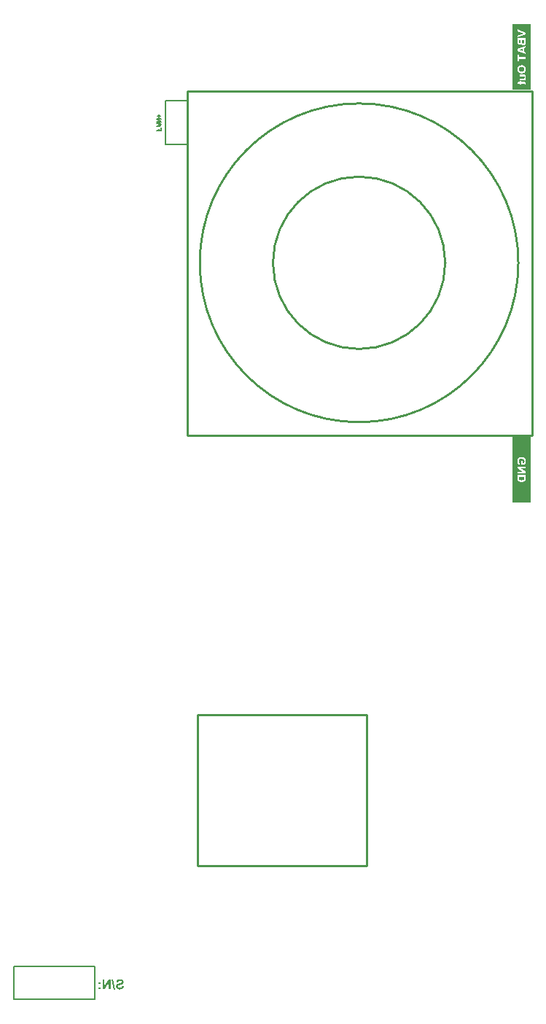
<source format=gbr>
%FSDAX24Y24*%
%MOIN*%
%SFA1B1*%

%IPPOS*%
%ADD42C,0.010000*%
%ADD80C,0.005000*%
%ADD81C,0.007900*%
%LNarray-1*%
%LPD*%
G36*
X019356Y010793D02*
X019292D01*
X019181Y011256*
X019246*
X019356Y010793*
G37*
G36*
X019588Y011255D02*
X019605Y011253D01*
X019613Y011252*
X019621Y011251*
X019627Y011249*
X019633Y011248*
X019639Y011246*
X019644Y011245*
X019648Y011243*
X019652Y011242*
X019655Y011241*
X019657Y011240*
X019658*
X019671Y011233*
X019682Y011226*
X019692Y011219*
X019700Y011211*
X019706Y011205*
X019711Y011199*
X019712Y011197*
X019713Y011196*
X019714Y011195*
Y011194*
X019721Y011183*
X019725Y011172*
X019729Y011161*
X019731Y011151*
X019732Y011143*
X019733Y011139*
Y011136*
Y011134*
Y011132*
Y011131*
Y011130*
Y011120*
X019731Y011111*
X019729Y011102*
X019727Y011094*
X019724Y011086*
X019720Y011078*
X019717Y011071*
X019713Y011065*
X019709Y011059*
X019705Y011054*
X019702Y011050*
X019699Y011047*
X019696Y011044*
X019694Y011042*
X019693Y011041*
X019692Y011040*
X019686Y011035*
X019679Y011031*
X019672Y011026*
X019664Y011022*
X019647Y011015*
X019630Y011008*
X019622Y011005*
X019614Y011003*
X019608Y011001*
X019602Y010999*
X019597Y010998*
X019593Y010997*
X019591Y010996*
X019590*
X019580Y010993*
X019570Y010991*
X019562Y010989*
X019555Y010987*
X019548Y010985*
X019542Y010983*
X019537Y010982*
X019532Y010980*
X019528Y010979*
X019525Y010978*
X019523Y010977*
X019521*
X019519Y010976*
X019518*
X019517*
X019509Y010973*
X019503Y010969*
X019497Y010966*
X019493Y010963*
X019489Y010960*
X019487Y010958*
X019486Y010957*
X019485Y010956*
X019482Y010952*
X019480Y010947*
X019478Y010943*
X019477Y010939*
X019476Y010935*
Y010932*
Y010930*
Y010929*
Y010925*
X019477Y010920*
X019479Y010912*
X019483Y010905*
X019487Y010899*
X019491Y010893*
X019495Y010890*
X019497Y010887*
X019498Y010886*
X019503Y010883*
X019507Y010880*
X019518Y010876*
X019529Y010872*
X019539Y010870*
X019549Y010869*
X019553Y010868*
X019557*
X019560*
X019564*
X019579Y010869*
X019592Y010871*
X019603Y010874*
X019613Y010878*
X019617Y010880*
X019620Y010882*
X019623Y010884*
X019626Y010885*
X019628Y010886*
X019629Y010887*
X019630Y010888*
X019635Y010892*
X019638Y010897*
X019645Y010907*
X019651Y010918*
X019655Y010929*
X019658Y010939*
X019660Y010943*
X019661Y010946*
Y010950*
X019662Y010952*
Y010953*
Y010954*
X019750Y010945*
X019748Y010932*
X019745Y010919*
X019742Y010907*
X019738Y010895*
X019734Y010885*
X019729Y010876*
X019725Y010867*
X019720Y010859*
X019715Y010853*
X019711Y010847*
X019707Y010842*
X019703Y010838*
X019700Y010834*
X019698Y010832*
X019697Y010831*
X019696Y010830*
X019687Y010823*
X019677Y010817*
X019667Y010812*
X019656Y010808*
X019645Y010804*
X019634Y010801*
X019624Y010798*
X019613Y010797*
X019603Y010795*
X019594Y010794*
X019586Y010793*
X019579Y010792*
X019573*
X019568*
X019554*
X019544*
X019534Y010793*
X019525Y010794*
X019516Y010795*
X019508Y010797*
X019501Y010798*
X019495Y010799*
X019488Y010801*
X019483Y010802*
X019479Y010804*
X019475Y010805*
X019472Y010806*
X019470Y010807*
X019468*
X019454Y010814*
X019442Y010822*
X019431Y010830*
X019422Y010838*
X019416Y010846*
X019411Y010852*
X019409Y010854*
X019408Y010856*
X019407Y010857*
X019403Y010864*
X019400Y010870*
X019394Y010883*
X019390Y010895*
X019388Y010906*
X019387Y010911*
X019386Y010916*
Y010920*
Y010923*
X019385Y010926*
Y010928*
Y010929*
Y010930*
X019386Y010945*
X019388Y010959*
X019391Y010971*
X019394Y010981*
X019396Y010986*
X019398Y010990*
X019399Y010993*
X019400Y010996*
X019402Y010998*
Y011000*
X019403Y011001*
X019411Y011012*
X019419Y011021*
X019427Y011028*
X019435Y011035*
X019442Y011040*
X019448Y011044*
X019450Y011045*
X019452Y011046*
X019453Y011047*
X019460Y011049*
X019466Y011053*
X019474Y011056*
X019482Y011059*
X019498Y011064*
X019513Y011069*
X019521Y011071*
X019528Y011073*
X019534Y011075*
X019539Y011076*
X019544Y011077*
X019547Y011078*
X019549Y011079*
X019550*
X019562Y011082*
X019573Y011085*
X019582Y011088*
X019591Y011090*
X019599Y011093*
X019606Y011095*
X019612Y011098*
X019617Y011100*
X019621Y011102*
X019625Y011104*
X019628Y011105*
X019630Y011107*
X019632Y011108*
X019633Y011109*
X019634*
X019638Y011114*
X019641Y011118*
X019644Y011123*
X019645Y011127*
X019646Y011131*
X019647Y011134*
Y011136*
X019646Y011142*
X019645Y011148*
X019642Y011153*
X019640Y011157*
X019637Y011160*
X019635Y011162*
X019633Y011164*
X019624Y011170*
X019614Y011174*
X019603Y011177*
X019593Y011179*
X019584Y011180*
X019581*
X019577Y011181*
X019571*
X019557Y011180*
X019546Y011178*
X019536Y011176*
X019528Y011173*
X019522Y011170*
X019517Y011168*
X019515Y011166*
X019514Y011165*
X019507Y011159*
X019502Y011151*
X019498Y011143*
X019494Y011135*
X019492Y011127*
X019490Y011121*
X019489Y011119*
Y011117*
Y011116*
X019398Y011119*
X019399Y011131*
X019401Y011141*
X019403Y011151*
X019406Y011161*
X019410Y011170*
X019414Y011178*
X019418Y011185*
X019422Y011192*
X019426Y011198*
X019430Y011203*
X019433Y011208*
X019437Y011212*
X019439Y011214*
X019441Y011217*
X019443Y011218*
X019452Y011225*
X019461Y011231*
X019471Y011236*
X019481Y011240*
X019492Y011244*
X019502Y011247*
X019512Y011249*
X019522Y011251*
X019532Y011253*
X019541Y011254*
X019549Y011255*
X019556*
X019562Y011256*
X019570*
X019588Y011255*
G37*
G36*
X018668Y010800D02*
X018582D01*
Y010886*
X018668*
Y010800*
G37*
G36*
Y011039D02*
X018582D01*
Y011125*
X018668*
Y011039*
G37*
G36*
X019135Y010800D02*
X019051D01*
Y011094*
X018870Y010800*
X018779*
Y011248*
X018863*
Y010947*
X019047Y011248*
X019135*
Y010800*
G37*
G36*
X037500Y036050D02*
X038350D01*
Y033050*
X037500*
Y036050*
G37*
G36*
Y054900D02*
X038350D01*
Y051900*
X037500*
Y054900*
G37*
%LNarray-2*%
%LPC*%
G36*
X037925Y033980D02*
X037943D01*
X037947*
X037952*
X037958Y033981*
X037963*
X037976Y033983*
X037990Y033985*
X038004Y033988*
X038017Y033992*
X038019Y033993*
X038021*
X038024Y033994*
X038028Y033996*
X038032Y033998*
X038036Y034000*
X038041Y034002*
X038052Y034008*
X038063Y034015*
X038075Y034023*
X038085Y034033*
X038086Y034034*
X038087Y034035*
X038088Y034037*
X038090Y034038*
X038092Y034041*
X038096Y034047*
X038101Y034055*
X038106Y034064*
X038111Y034075*
X038116Y034088*
Y034089*
X038117Y034090*
Y034092*
X038118Y034095*
Y034098*
X038119Y034102*
X038120Y034106*
X038121Y034110*
Y034115*
X038122Y034121*
Y034127*
X038123Y034134*
Y034141*
X038124Y034156*
Y034302*
X037739*
Y034160*
Y034158*
Y034156*
Y034153*
X037740Y034148*
Y034144*
Y034138*
Y034133*
X037741Y034121*
X037743Y034109*
X037744Y034097*
X037746Y034092*
X037747Y034087*
Y034085*
X037748Y034084*
X037749Y034082*
X037750Y034079*
X037751Y034075*
X037755Y034067*
X037760Y034058*
X037766Y034049*
X037773Y034039*
X037782Y034029*
X037783*
X037784Y034028*
X037785Y034027*
X037787Y034025*
X037789Y034023*
X037792Y034021*
X037796Y034018*
X037800Y034016*
X037804Y034013*
X037809Y034010*
X037819Y034004*
X037831Y033998*
X037845Y033993*
X037846Y033992*
X037848Y033991*
X037851Y033990*
X037855*
X037859Y033988*
X037864Y033987*
X037870Y033986*
X037876Y033985*
X037883Y033984*
X037890Y033983*
X037898Y033982*
X037907Y033981*
X037916Y033980*
X037925*
G37*
G36*
X037739Y034384D02*
X038124D01*
Y034462*
X037871Y034617*
X038124*
Y034689*
X037739*
Y034614*
X037997Y034456*
X037739*
Y034384*
G37*
G36*
Y054306D02*
X038124Y054443D01*
Y054526*
X037739Y054664*
Y054580*
X038024Y054482*
X037739Y054388*
Y054306*
G37*
G36*
X038006Y053945D02*
X038017D01*
X038019*
X038022*
X038029Y053946*
X038036Y053948*
X038045Y053950*
X038054Y053953*
X038063Y053957*
X038064*
X038065*
X038066Y053958*
X038068Y053959*
X038072Y053962*
X038077Y053966*
X038084Y053970*
X038091Y053976*
X038097Y053983*
X038103Y053990*
Y053991*
X038104Y053993*
X038105Y053994*
X038108Y053999*
X038111Y054005*
X038114Y054012*
X038117Y054021*
X038119Y054031*
X038121Y054042*
Y054043*
Y054044*
Y054046*
Y054049*
X038122Y054052*
Y054056*
Y054061*
Y054067*
X038123Y054074*
Y054082*
Y054090*
Y054100*
Y054111*
X038124Y054123*
Y054136*
Y054266*
X037739*
Y054113*
Y054111*
Y054109*
Y054106*
Y054102*
Y054097*
X037740Y054093*
Y054088*
Y054076*
X037741Y054065*
X037742Y054055*
Y054049*
X037743Y054045*
Y054044*
X037744Y054043*
Y054041*
X037745Y054037*
X037747Y054032*
X037749Y054026*
X037752Y054019*
X037755Y054012*
X037759Y054005*
X037760Y054004*
X037761Y054002*
X037764Y053999*
X037768Y053995*
X037773Y053990*
X037778Y053985*
X037784Y053980*
X037791Y053975*
X037792*
X037795Y053974*
X037799Y053972*
X037804Y053969*
X037811Y053967*
X037818Y053965*
X037827Y053964*
X037836Y053963*
X037841*
X037843Y053964*
X037846*
X037852Y053965*
X037860Y053967*
X037868Y053969*
X037877Y053973*
X037886Y053978*
Y053979*
X037888*
X037889Y053981*
X037893Y053984*
X037898Y053988*
X037904Y053994*
X037910Y054001*
X037915Y054008*
X037919Y054017*
X037920Y054016*
X037921Y054014*
X037922Y054011*
Y054009*
X037924Y054005*
X037928Y053997*
X037933Y053989*
X037939Y053980*
X037946Y053971*
X037955Y053963*
X037956*
X037957Y053962*
X037959Y053960*
X037961Y053959*
X037964Y053957*
X037967Y053956*
X037971Y053954*
X037979Y053951*
X037989Y053948*
X038000Y053945*
X038006*
G37*
G36*
X038124Y053532D02*
Y053617D01*
X038036Y053651*
Y053804*
X038124Y053836*
Y053918*
X037739Y053769*
Y053686*
X038124Y053532*
G37*
G36*
X037845Y052346D02*
X038124D01*
Y052415*
X038082*
X038083*
X038084Y052416*
X038086Y052417*
X038090Y052421*
X038095Y052425*
X038100Y052431*
X038106Y052438*
X038112Y052446*
X038117Y052455*
X038118Y052456*
Y052457*
X038119Y052459*
X038120Y052461*
X038121Y052464*
X038124Y052471*
X038126Y052478*
X038128Y052487*
X038130Y052497*
Y052507*
Y052508*
Y052510*
Y052512*
Y052514*
X038129Y052517*
X038128Y052524*
X038127Y052532*
X038125Y052540*
X038122Y052549*
X038118Y052557*
Y052558*
X038116Y052561*
X038113Y052565*
X038109Y052570*
X038104Y052575*
X038098Y052581*
X038091Y052585*
X038083Y052590*
X038082*
X038081*
X038079Y052591*
X038077Y052592*
X038074Y052593*
X038071*
X038067Y052594*
X038063Y052596*
X038059*
X038053Y052597*
X038048Y052598*
X038042Y052599*
X038036*
X038022*
X037845*
Y052526*
X037987*
X037992Y052525*
X038004*
X038017*
X038023*
X038028Y052524*
X038034*
X038038Y052523*
X038042*
X038045Y052522*
X038046*
X038047Y052521*
X038050Y052520*
X038053Y052519*
X038056Y052516*
X038059Y052514*
X038063Y052511*
X038066Y052507*
X038067Y052505*
X038068Y052503*
X038070Y052500*
X038071Y052495*
X038072Y052491*
X038073Y052486*
X038074Y052480*
Y052479*
Y052477*
X038073Y052473*
X038072Y052468*
X038071Y052463*
X038069Y052457*
X038067Y052451*
X038063Y052446*
Y052445*
X038062Y052443*
X038059Y052441*
X038056Y052438*
X038053Y052434*
X038048Y052431*
X038043Y052428*
X038038Y052425*
X038037*
X038036*
X038034Y052424*
X038032*
X038029*
X038026Y052423*
X038023Y052422*
X038018*
X038012Y052421*
X038006*
X037999*
X037992Y052420*
X037983*
X037973*
X037845*
Y052346*
G37*
G36*
X038119Y052136D02*
Y052137D01*
X038120Y052138*
Y052139*
X038121Y052141*
X038122Y052143*
X038123Y052146*
X038124Y052150*
Y052153*
X038127Y052162*
X038128Y052172*
X038130Y052183*
Y052195*
Y052198*
Y052202*
X038129Y052207*
X038128Y052212*
X038127Y052218*
X038126Y052224*
X038124Y052230*
X038123Y052231*
X038122Y052233*
X038121Y052236*
X038119Y052239*
X038116Y052243*
X038113Y052247*
X038110Y052251*
X038106Y052254*
X038104Y052255*
X038102Y052257*
X038098Y052258*
X038094Y052260*
X038089Y052261*
X038084Y052263*
X038077Y052264*
X038075Y052265*
X038071*
X038066*
X038063Y052266*
X038059*
X038055*
X038050*
X038045*
X037904*
Y052300*
X037845*
Y052266*
X037790*
X037747Y052193*
X037845*
Y052142*
X037904*
Y052193*
X038034*
X038041Y052192*
X038047*
X038050*
X038053*
X038055*
X038056*
X038057Y052191*
X038059Y052190*
X038062Y052188*
X038065Y052185*
X038066Y052184*
X038067Y052182*
X038068Y052178*
X038069Y052173*
Y052172*
Y052171*
X038068Y052168*
Y052165*
X038067Y052161*
X038066Y052156*
X038064Y052150*
X038062Y052143*
X038119Y052136*
G37*
G36*
X037932Y052658D02*
X037939D01*
X037941*
X037948*
X037955Y052659*
X037964Y052660*
X037975Y052662*
X037985Y052664*
X037997Y052667*
X038008Y052670*
X038021Y052674*
X038033Y052679*
X038045Y052685*
X038056Y052692*
X038068Y052700*
X038078Y052709*
X038080Y052711*
X038082Y052714*
X038086Y052718*
X038090Y052723*
X038094Y052729*
X038099Y052736*
X038104Y052745*
X038109Y052754*
X038113Y052764*
X038118Y052775*
X038122Y052787*
X038125Y052800*
X038128Y052813*
X038130Y052828*
Y052843*
Y052844*
Y052846*
Y052847*
Y052852*
X038129Y052858*
X038128Y052865*
X038127Y052873*
X038126Y052882*
X038124Y052893*
X038121Y052903*
X038117Y052914*
X038113Y052926*
X038108Y052937*
X038102Y052948*
X038095Y052959*
X038087Y052970*
X038078Y052979*
X038077Y052980*
X038075Y052982*
X038072Y052984*
X038068Y052987*
X038063Y052991*
X038056Y052995*
X038049Y053000*
X038040Y053005*
X038031Y053009*
X038020Y053014*
X038008Y053018*
X037995Y053022*
X037981Y053025*
X037967Y053028*
X037951Y053030*
X037934*
X037928*
X037924*
X037919*
X037913Y053029*
X037907*
X037900Y053028*
X037892Y053027*
X037884Y053026*
X037868Y053023*
X037851Y053018*
X037843Y053016*
X037836Y053013*
X037835*
X037834Y053012*
X037833*
X037830Y053010*
X037828Y053009*
X037825Y053007*
X037818Y053003*
X037810Y052998*
X037801Y052992*
X037792Y052985*
X037783Y052977*
X037782Y052976*
X037781Y052975*
X037779Y052973*
X037775Y052968*
X037770Y052962*
X037764Y052955*
X037759Y052947*
X037753Y052937*
X037748Y052927*
X037747Y052926*
Y052923*
X037746Y052921*
X037745Y052917*
X037744Y052914*
X037742Y052909*
X037741Y052903*
X037739Y052898*
X037738Y052891*
X037736Y052884*
X037735Y052877*
X037734Y052862*
X037733Y052845*
Y052844*
Y052843*
Y052841*
Y052837*
X037734Y052831*
X037735Y052823*
X037736Y052815*
X037737Y052806*
X037739Y052796*
X037742Y052785*
X037746Y052774*
X037750Y052762*
X037755Y052751*
X037761Y052740*
X037768Y052729*
X037776Y052718*
X037786Y052709*
Y052708*
X037788Y052706*
X037791Y052704*
X037796Y052700*
X037801Y052697*
X037807Y052692*
X037815Y052688*
X037824Y052683*
X037834Y052678*
X037845Y052674*
X037857Y052670*
X037870Y052666*
X037884Y052662*
X037899Y052660*
X037915Y052658*
X037932*
G37*
G36*
X037918Y034761D02*
X038071D01*
Y034762*
X038073Y034764*
X038074Y034766*
X038077Y034768*
X038079Y034771*
X038082Y034775*
X038085Y034779*
X038088Y034784*
X038091Y034789*
X038095Y034795*
X038098Y034801*
X038102Y034808*
X038106Y034816*
X038109Y034823*
X038112Y034832*
X038113Y034834*
X038114Y034837*
X038115Y034840*
X038116Y034844*
X038118Y034849*
X038120Y034855*
X038121Y034861*
X038123Y034868*
X038124Y034875*
X038127Y034891*
X038129Y034908*
X038130Y034926*
Y034928*
Y034932*
Y034936*
X038129Y034941*
Y034947*
X038128Y034954*
X038127Y034962*
X038125Y034969*
X038124Y034978*
X038122Y034986*
X038119Y034995*
X038116Y035004*
X038113Y035013*
X038109Y035022*
X038105Y035031*
X038104*
X038103Y035033*
X038102Y035035*
X038100Y035038*
X038097Y035042*
X038094Y035046*
X038091Y035051*
X038086Y035056*
X038082Y035061*
X038076Y035067*
X038070Y035072*
X038064Y035078*
X038057Y035083*
X038049Y035089*
X038041Y035093*
X038033Y035098*
X038032*
X038031Y035099*
X038028Y035100*
X038025Y035101*
X038020Y035103*
X038015Y035105*
X038009Y035107*
X038002Y035109*
X037995Y035111*
X037987Y035113*
X037978Y035115*
X037970Y035117*
X037951Y035119*
X037940Y035120*
X037930*
X037924*
X037920*
X037915Y035119*
X037909*
X037902Y035118*
X037894Y035117*
X037886Y035116*
X037878Y035114*
X037869Y035112*
X037860Y035110*
X037851Y035107*
X037842Y035104*
X037833Y035100*
X037824Y035095*
X037823*
X037821Y035094*
X037819Y035093*
X037816Y035091*
X037812Y035088*
X037807Y035085*
X037803Y035081*
X037797Y035077*
X037791Y035072*
X037785Y035066*
X037779Y035060*
X037774Y035054*
X037768Y035047*
X037762Y035039*
X037757Y035031*
X037752Y035022*
Y035021*
X037751Y035020*
X037750Y035018*
X037749Y035015*
X037748Y035012*
X037746Y035007*
X037744Y035002*
X037742Y034997*
X037741Y034990*
X037739Y034983*
X037737Y034976*
X037736Y034968*
X037735Y034959*
X037734Y034950*
X037733Y034940*
Y034930*
Y034929*
Y034927*
Y034923*
Y034918*
X037734Y034912*
X037735Y034905*
Y034897*
X037737Y034889*
X037738Y034880*
X037740Y034871*
X037743Y034862*
X037746Y034852*
X037749Y034843*
X037753Y034834*
X037758Y034826*
X037763Y034818*
X037764*
Y034816*
X037766Y034814*
X037769Y034812*
X037772Y034808*
X037776Y034805*
X037780Y034801*
X037785Y034797*
X037790Y034792*
X037797Y034788*
X037803Y034783*
X037811Y034779*
X037818Y034775*
X037827Y034772*
X037836Y034769*
X037846Y034766*
X037860Y034843*
X037859Y034844*
X037858*
X037856Y034845*
X037851Y034847*
X037844Y034850*
X037837Y034855*
X037830Y034860*
X037822Y034866*
X037816Y034874*
Y034875*
X037815*
X037814Y034876*
X037813Y034878*
X037812Y034880*
X037811Y034883*
X037807Y034890*
X037804Y034898*
X037802Y034907*
X037800Y034918*
X037799Y034930*
Y034932*
Y034935*
X037800Y034938*
Y034943*
X037801Y034947*
X037802Y034953*
X037803Y034959*
X037805Y034965*
X037807Y034972*
X037810Y034979*
X037813Y034985*
X037817Y034992*
X037821Y034999*
X037826Y035005*
X037832Y035011*
X037833Y035012*
X037835Y035013*
X037838Y035015*
X037841Y035018*
X037845Y035020*
X037850Y035023*
X037856Y035025*
X037862Y035028*
X037869Y035031*
X037877Y035033*
X037886Y035036*
X037895Y035038*
X037905Y035039*
X037916Y035040*
X037927*
X037934*
X037938*
X037944Y035039*
X037951*
X037958Y035038*
X037966Y035036*
X037974Y035035*
X037982Y035033*
X037991Y035030*
X037999Y035027*
X038008Y035024*
X038016Y035020*
X038023Y035015*
X038030Y035010*
X038031Y035009*
X038033Y035007*
X038035Y035005*
X038038Y035002*
X038041Y034998*
X038044Y034994*
X038047Y034989*
X038050Y034983*
X038053Y034977*
X038056Y034971*
X038059Y034964*
X038061Y034956*
X038062Y034948*
X038063Y034940*
X038064Y034931*
Y034930*
Y034929*
Y034928*
Y034926*
X038063Y034924*
Y034922*
X038062Y034915*
Y034908*
X038060Y034900*
X038057Y034891*
X038054Y034882*
Y034881*
X038053Y034879*
Y034878*
X038050Y034873*
X038048Y034867*
X038044Y034861*
X038041Y034854*
X038036Y034846*
X038032Y034840*
X037983*
Y034928*
X037918*
Y034761*
G37*
G36*
X037739Y053214D02*
X037804D01*
Y053327*
X038124*
Y053404*
X037804*
Y053518*
X037739*
Y053214*
G37*
%LNarray-3*%
%LPD*%
G36*
X037921Y034060D02*
X037916D01*
X037912Y034061*
X037907*
X037895Y034062*
X037884Y034063*
X037873Y034065*
X037868Y034067*
X037863Y034068*
X037861Y034069*
X037860*
X037855Y034071*
X037850Y034073*
X037844Y034077*
X037838Y034080*
X037832Y034085*
X037826Y034090*
Y034091*
X037824Y034093*
X037822Y034096*
X037819Y034100*
X037816Y034105*
X037813Y034111*
X037810Y034118*
X037808Y034126*
Y034127*
Y034128*
Y034129*
X037807Y034131*
Y034134*
X037806Y034137*
Y034140*
Y034144*
Y034149*
X037805Y034154*
Y034160*
Y034166*
X037804Y034174*
Y034181*
Y034190*
Y034225*
X038059*
Y034167*
Y034166*
Y034165*
Y034164*
Y034162*
Y034159*
Y034156*
X038058Y034149*
Y034141*
X038057Y034133*
X038056Y034126*
X038055Y034120*
Y034119*
X038054Y034117*
X038053Y034113*
X038051Y034109*
X038049Y034104*
X038047Y034099*
X038043Y034093*
X038039Y034088*
X038037Y034086*
X038034Y034084*
X038030Y034081*
X038025Y034078*
X038019Y034074*
X038011Y034071*
X038002Y034068*
X038001Y034067*
X037999*
X037997*
X037995Y034066*
X037991Y034065*
X037988Y034064*
X037984*
X037979Y034063*
X037974Y034062*
X037968Y034061*
X037961*
X037955*
X037948Y034060*
X037940*
X037925*
X037921*
G37*
G36*
X037829Y053728D02*
X037971Y053780D01*
Y053675*
X037829Y053728*
G37*
G36*
X037919Y052738D02*
X037914Y052739D01*
X037907*
X037901Y052740*
X037893Y052741*
X037877Y052745*
X037869Y052747*
X037861Y052750*
X037853Y052753*
X037845Y052757*
X037838Y052762*
X037832Y052767*
X037831*
X037830Y052768*
X037829Y052770*
X037827Y052772*
X037824Y052775*
X037821Y052778*
X037818Y052783*
X037815Y052787*
X037812Y052792*
X037809Y052798*
X037807Y052805*
X037804Y052812*
X037802Y052819*
X037800Y052827*
Y052835*
X037799Y052844*
Y052846*
Y052849*
X037800Y052852*
Y052856*
X037801Y052860*
X037802Y052866*
X037803Y052871*
X037805Y052877*
X037807Y052884*
X037810Y052890*
X037813Y052896*
X037817Y052903*
X037821Y052909*
X037826Y052915*
X037832Y052921*
X037833*
X037834Y052922*
X037836Y052923*
X037838Y052926*
X037842Y052928*
X037846Y052930*
X037851Y052933*
X037857Y052935*
X037863Y052938*
X037871Y052941*
X037879Y052943*
X037888Y052945*
X037898Y052947*
X037908Y052949*
X037919Y052950*
X037931*
X037938*
X037942*
X037948Y052949*
X037954Y052948*
X037961Y052947*
X037968Y052946*
X037976Y052945*
X037984Y052943*
X037992Y052940*
X038001Y052937*
X038008Y052934*
X038016Y052930*
X038023Y052925*
X038030Y052920*
X038031*
X038032Y052919*
X038033Y052917*
X038035Y052914*
X038038Y052911*
X038041Y052908*
X038044Y052904*
X038047Y052899*
X038050Y052894*
X038053Y052888*
X038056Y052882*
X038059Y052875*
X038061Y052868*
X038062Y052860*
X038063Y052852*
X038064Y052844*
Y052843*
Y052842*
X038063Y052839*
Y052836*
Y052832*
X038062Y052828*
X038061Y052822*
X038059Y052817*
X038058Y052811*
X038056Y052805*
X038053Y052798*
X038050Y052792*
X038046Y052786*
X038041Y052779*
X038036Y052773*
X038030Y052768*
Y052767*
X038029Y052766*
X038027Y052765*
X038024Y052763*
X038020Y052761*
X038016Y052758*
X038011Y052755*
X038005Y052753*
X037999Y052750*
X037991Y052747*
X037983Y052745*
X037974Y052742*
X037964Y052740*
X037954Y052739*
X037942Y052738*
X037930*
X037924*
X037919*
G37*
G36*
X038002Y054025D02*
X037998Y054026D01*
X037994Y054027*
X037989Y054028*
X037984Y054030*
X037979Y054033*
Y054034*
X037977Y054035*
X037975Y054037*
X037973Y054040*
X037970Y054043*
X037967Y054047*
X037964Y054052*
X037961Y054058*
Y054059*
Y054061*
X037960Y054063*
Y054065*
X037959Y054068*
X037958Y054072*
Y054076*
Y054082*
X037957Y054087*
Y054093*
X037956Y054100*
Y054108*
Y054117*
Y054127*
Y054189*
X038059*
Y054117*
Y054115*
Y054113*
Y054110*
Y054107*
Y054103*
X038058Y054095*
Y054086*
Y054077*
X038057Y054073*
Y054070*
Y054067*
X038056Y054064*
Y054063*
Y054061*
X038055Y054058*
X038053Y054054*
X038051Y054049*
X038049Y054045*
X038046Y054040*
X038041Y054036*
Y054035*
X038039Y054034*
X038036Y054032*
X038032Y054030*
X038028Y054028*
X038022Y054026*
X038016Y054025*
X038008*
X038005*
X038002*
G37*
G36*
X037841Y054039D02*
X037837Y054040D01*
X037832Y054041*
X037827Y054043*
X037822Y054046*
X037818Y054049*
X037816Y054051*
X037814Y054053*
X037812Y054056*
X037810Y054061*
X037808Y054065*
X037806Y054071*
X037805Y054078*
Y054079*
X037804Y054081*
Y054082*
Y054085*
Y054088*
Y054091*
Y054095*
X037803Y054100*
Y054105*
Y054111*
Y054118*
Y054126*
Y054135*
Y054145*
Y054189*
X037892*
Y054138*
Y054136*
Y054134*
Y054131*
Y054127*
Y054123*
Y054114*
Y054104*
Y054095*
X037891Y054091*
Y054088*
Y054085*
Y054082*
Y054081*
X037890Y054079*
X037889Y054075*
X037888Y054070*
X037886Y054065*
X037884Y054060*
X037881Y054055*
X037877Y054050*
X037875Y054049*
X037873Y054046*
X037869Y054044*
X037865Y054043*
X037860Y054040*
X037854Y054039*
X037847*
X037844*
X037841*
G37*
G54D42*
X023100Y016450D02*
X030850D01*
X023100D02*
Y023350D01*
X030850*
Y016450D02*
Y023350D01*
X023217Y044000D02*
D01*
D01*
G75*
G03X037783I7283J0D01*
G74*G01*
D01*
G75*
G03X023217I-7283J0D01*
G74*G01*
X026563D02*
D01*
D01*
G75*
G03X034437I3937J0D01*
G74*G01*
D01*
G75*
G03X026563I-3937J0D01*
G74*G01*
X038400Y051850D02*
X022650D01*
X038400D02*
Y036100D01*
X022650*
Y051850D02*
Y036100D01*
G54D80*
X014700Y010350D02*
X018400D01*
Y011850*
X014700D02*
X018400D01*
X014700Y010350D02*
Y011850D01*
X021450Y050183D02*
Y050050D01*
X021350*
Y050117*
Y050050*
X021250*
Y050250D02*
X021383D01*
X021450Y050317*
X021383Y050383*
X021250*
X021350*
Y050250*
X021250Y050450D02*
X021450D01*
X021250Y050583*
X021450*
X021350Y050650D02*
Y050783D01*
X021417Y050716D02*
X021283D01*
G54D81*
X022650Y049400D02*
X021650D01*
X022650Y051400D02*
Y049400D01*
Y051400D02*
X021650D01*
Y049400*
M02*
</source>
